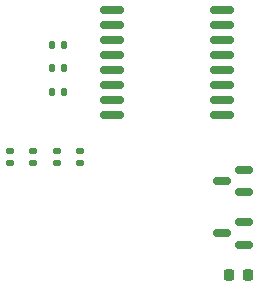
<source format=gbr>
%TF.GenerationSoftware,KiCad,Pcbnew,7.0.7*%
%TF.CreationDate,2023-12-23T12:05:02-04:00*%
%TF.ProjectId,teclado 4x4 i2c,7465636c-6164-46f2-9034-783420693263,rev?*%
%TF.SameCoordinates,Original*%
%TF.FileFunction,Paste,Bot*%
%TF.FilePolarity,Positive*%
%FSLAX46Y46*%
G04 Gerber Fmt 4.6, Leading zero omitted, Abs format (unit mm)*
G04 Created by KiCad (PCBNEW 7.0.7) date 2023-12-23 12:05:02*
%MOMM*%
%LPD*%
G01*
G04 APERTURE LIST*
G04 Aperture macros list*
%AMRoundRect*
0 Rectangle with rounded corners*
0 $1 Rounding radius*
0 $2 $3 $4 $5 $6 $7 $8 $9 X,Y pos of 4 corners*
0 Add a 4 corners polygon primitive as box body*
4,1,4,$2,$3,$4,$5,$6,$7,$8,$9,$2,$3,0*
0 Add four circle primitives for the rounded corners*
1,1,$1+$1,$2,$3*
1,1,$1+$1,$4,$5*
1,1,$1+$1,$6,$7*
1,1,$1+$1,$8,$9*
0 Add four rect primitives between the rounded corners*
20,1,$1+$1,$2,$3,$4,$5,0*
20,1,$1+$1,$4,$5,$6,$7,0*
20,1,$1+$1,$6,$7,$8,$9,0*
20,1,$1+$1,$8,$9,$2,$3,0*%
G04 Aperture macros list end*
%ADD10RoundRect,0.150000X-0.875000X-0.150000X0.875000X-0.150000X0.875000X0.150000X-0.875000X0.150000X0*%
%ADD11RoundRect,0.135000X-0.135000X-0.185000X0.135000X-0.185000X0.135000X0.185000X-0.135000X0.185000X0*%
%ADD12RoundRect,0.135000X-0.185000X0.135000X-0.185000X-0.135000X0.185000X-0.135000X0.185000X0.135000X0*%
%ADD13RoundRect,0.150000X0.587500X0.150000X-0.587500X0.150000X-0.587500X-0.150000X0.587500X-0.150000X0*%
%ADD14RoundRect,0.225000X0.225000X0.250000X-0.225000X0.250000X-0.225000X-0.250000X0.225000X-0.250000X0*%
G04 APERTURE END LIST*
D10*
%TO.C,U1*%
X160700000Y-74000000D03*
X160700000Y-72730000D03*
X160700000Y-71460000D03*
X160700000Y-70190000D03*
X160700000Y-68920000D03*
X160700000Y-67650000D03*
X160700000Y-66380000D03*
X160700000Y-65110000D03*
X170000000Y-65110000D03*
X170000000Y-66380000D03*
X170000000Y-67650000D03*
X170000000Y-68920000D03*
X170000000Y-70190000D03*
X170000000Y-71460000D03*
X170000000Y-72730000D03*
X170000000Y-74000000D03*
%TD*%
D11*
%TO.C,R7*%
X155586190Y-68010000D03*
X156606190Y-68010000D03*
%TD*%
%TO.C,R6*%
X155586190Y-70000000D03*
X156606190Y-70000000D03*
%TD*%
%TO.C,R5*%
X155586190Y-71990000D03*
X156606190Y-71990000D03*
%TD*%
D12*
%TO.C,R4*%
X158000000Y-77000000D03*
X158000000Y-78020000D03*
%TD*%
%TO.C,R3*%
X156010000Y-77000000D03*
X156010000Y-78020000D03*
%TD*%
%TO.C,R2*%
X154020000Y-77000000D03*
X154020000Y-78020000D03*
%TD*%
%TO.C,R1*%
X152030000Y-77000000D03*
X152030000Y-78020000D03*
%TD*%
D13*
%TO.C,Q2*%
X171875000Y-83050000D03*
X171875000Y-84950000D03*
X170000000Y-84000000D03*
%TD*%
%TO.C,Q1*%
X171875000Y-78600000D03*
X171875000Y-80500000D03*
X170000000Y-79550000D03*
%TD*%
D14*
%TO.C,C1*%
X172152500Y-87480000D03*
X170602500Y-87480000D03*
%TD*%
M02*

</source>
